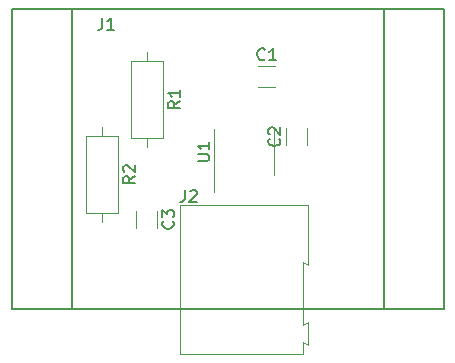
<source format=gbr>
%TF.GenerationSoftware,KiCad,Pcbnew,7.0.8*%
%TF.CreationDate,2024-04-03T00:11:47-07:00*%
%TF.ProjectId,DrapeCurrent - R1,44726170-6543-4757-9272-656e74202d20,rev?*%
%TF.SameCoordinates,Original*%
%TF.FileFunction,Legend,Top*%
%TF.FilePolarity,Positive*%
%FSLAX46Y46*%
G04 Gerber Fmt 4.6, Leading zero omitted, Abs format (unit mm)*
G04 Created by KiCad (PCBNEW 7.0.8) date 2024-04-03 00:11:47*
%MOMM*%
%LPD*%
G01*
G04 APERTURE LIST*
%ADD10C,0.150000*%
%ADD11C,0.120000*%
G04 APERTURE END LIST*
D10*
X7667666Y24675180D02*
X7667666Y23960895D01*
X7667666Y23960895D02*
X7620047Y23818038D01*
X7620047Y23818038D02*
X7524809Y23722800D01*
X7524809Y23722800D02*
X7381952Y23675180D01*
X7381952Y23675180D02*
X7286714Y23675180D01*
X8667666Y23675180D02*
X8096238Y23675180D01*
X8381952Y23675180D02*
X8381952Y24675180D01*
X8381952Y24675180D02*
X8286714Y24532323D01*
X8286714Y24532323D02*
X8191476Y24437085D01*
X8191476Y24437085D02*
X8096238Y24389466D01*
X15739819Y12573095D02*
X16549342Y12573095D01*
X16549342Y12573095D02*
X16644580Y12620714D01*
X16644580Y12620714D02*
X16692200Y12668333D01*
X16692200Y12668333D02*
X16739819Y12763571D01*
X16739819Y12763571D02*
X16739819Y12954047D01*
X16739819Y12954047D02*
X16692200Y13049285D01*
X16692200Y13049285D02*
X16644580Y13096904D01*
X16644580Y13096904D02*
X16549342Y13144523D01*
X16549342Y13144523D02*
X15739819Y13144523D01*
X16739819Y14144523D02*
X16739819Y13573095D01*
X16739819Y13858809D02*
X15739819Y13858809D01*
X15739819Y13858809D02*
X15882676Y13763571D01*
X15882676Y13763571D02*
X15977914Y13668333D01*
X15977914Y13668333D02*
X16025533Y13573095D01*
X10444819Y11263333D02*
X9968628Y10930000D01*
X10444819Y10691905D02*
X9444819Y10691905D01*
X9444819Y10691905D02*
X9444819Y11072857D01*
X9444819Y11072857D02*
X9492438Y11168095D01*
X9492438Y11168095D02*
X9540057Y11215714D01*
X9540057Y11215714D02*
X9635295Y11263333D01*
X9635295Y11263333D02*
X9778152Y11263333D01*
X9778152Y11263333D02*
X9873390Y11215714D01*
X9873390Y11215714D02*
X9921009Y11168095D01*
X9921009Y11168095D02*
X9968628Y11072857D01*
X9968628Y11072857D02*
X9968628Y10691905D01*
X9540057Y11644286D02*
X9492438Y11691905D01*
X9492438Y11691905D02*
X9444819Y11787143D01*
X9444819Y11787143D02*
X9444819Y12025238D01*
X9444819Y12025238D02*
X9492438Y12120476D01*
X9492438Y12120476D02*
X9540057Y12168095D01*
X9540057Y12168095D02*
X9635295Y12215714D01*
X9635295Y12215714D02*
X9730533Y12215714D01*
X9730533Y12215714D02*
X9873390Y12168095D01*
X9873390Y12168095D02*
X10444819Y11596667D01*
X10444819Y11596667D02*
X10444819Y12215714D01*
X14254819Y17613333D02*
X13778628Y17280000D01*
X14254819Y17041905D02*
X13254819Y17041905D01*
X13254819Y17041905D02*
X13254819Y17422857D01*
X13254819Y17422857D02*
X13302438Y17518095D01*
X13302438Y17518095D02*
X13350057Y17565714D01*
X13350057Y17565714D02*
X13445295Y17613333D01*
X13445295Y17613333D02*
X13588152Y17613333D01*
X13588152Y17613333D02*
X13683390Y17565714D01*
X13683390Y17565714D02*
X13731009Y17518095D01*
X13731009Y17518095D02*
X13778628Y17422857D01*
X13778628Y17422857D02*
X13778628Y17041905D01*
X14254819Y18565714D02*
X14254819Y17994286D01*
X14254819Y18280000D02*
X13254819Y18280000D01*
X13254819Y18280000D02*
X13397676Y18184762D01*
X13397676Y18184762D02*
X13492914Y18089524D01*
X13492914Y18089524D02*
X13540533Y17994286D01*
X14666666Y10075180D02*
X14666666Y9360895D01*
X14666666Y9360895D02*
X14619047Y9218038D01*
X14619047Y9218038D02*
X14523809Y9122800D01*
X14523809Y9122800D02*
X14380952Y9075180D01*
X14380952Y9075180D02*
X14285714Y9075180D01*
X15095238Y9979942D02*
X15142857Y10027561D01*
X15142857Y10027561D02*
X15238095Y10075180D01*
X15238095Y10075180D02*
X15476190Y10075180D01*
X15476190Y10075180D02*
X15571428Y10027561D01*
X15571428Y10027561D02*
X15619047Y9979942D01*
X15619047Y9979942D02*
X15666666Y9884704D01*
X15666666Y9884704D02*
X15666666Y9789466D01*
X15666666Y9789466D02*
X15619047Y9646609D01*
X15619047Y9646609D02*
X15047619Y9075180D01*
X15047619Y9075180D02*
X15666666Y9075180D01*
X13639580Y7453333D02*
X13687200Y7405714D01*
X13687200Y7405714D02*
X13734819Y7262857D01*
X13734819Y7262857D02*
X13734819Y7167619D01*
X13734819Y7167619D02*
X13687200Y7024762D01*
X13687200Y7024762D02*
X13591961Y6929524D01*
X13591961Y6929524D02*
X13496723Y6881905D01*
X13496723Y6881905D02*
X13306247Y6834286D01*
X13306247Y6834286D02*
X13163390Y6834286D01*
X13163390Y6834286D02*
X12972914Y6881905D01*
X12972914Y6881905D02*
X12877676Y6929524D01*
X12877676Y6929524D02*
X12782438Y7024762D01*
X12782438Y7024762D02*
X12734819Y7167619D01*
X12734819Y7167619D02*
X12734819Y7262857D01*
X12734819Y7262857D02*
X12782438Y7405714D01*
X12782438Y7405714D02*
X12830057Y7453333D01*
X12734819Y7786667D02*
X12734819Y8405714D01*
X12734819Y8405714D02*
X13115771Y8072381D01*
X13115771Y8072381D02*
X13115771Y8215238D01*
X13115771Y8215238D02*
X13163390Y8310476D01*
X13163390Y8310476D02*
X13211009Y8358095D01*
X13211009Y8358095D02*
X13306247Y8405714D01*
X13306247Y8405714D02*
X13544342Y8405714D01*
X13544342Y8405714D02*
X13639580Y8358095D01*
X13639580Y8358095D02*
X13687200Y8310476D01*
X13687200Y8310476D02*
X13734819Y8215238D01*
X13734819Y8215238D02*
X13734819Y7929524D01*
X13734819Y7929524D02*
X13687200Y7834286D01*
X13687200Y7834286D02*
X13639580Y7786667D01*
X22639580Y14438333D02*
X22687200Y14390714D01*
X22687200Y14390714D02*
X22734819Y14247857D01*
X22734819Y14247857D02*
X22734819Y14152619D01*
X22734819Y14152619D02*
X22687200Y14009762D01*
X22687200Y14009762D02*
X22591961Y13914524D01*
X22591961Y13914524D02*
X22496723Y13866905D01*
X22496723Y13866905D02*
X22306247Y13819286D01*
X22306247Y13819286D02*
X22163390Y13819286D01*
X22163390Y13819286D02*
X21972914Y13866905D01*
X21972914Y13866905D02*
X21877676Y13914524D01*
X21877676Y13914524D02*
X21782438Y14009762D01*
X21782438Y14009762D02*
X21734819Y14152619D01*
X21734819Y14152619D02*
X21734819Y14247857D01*
X21734819Y14247857D02*
X21782438Y14390714D01*
X21782438Y14390714D02*
X21830057Y14438333D01*
X21830057Y14819286D02*
X21782438Y14866905D01*
X21782438Y14866905D02*
X21734819Y14962143D01*
X21734819Y14962143D02*
X21734819Y15200238D01*
X21734819Y15200238D02*
X21782438Y15295476D01*
X21782438Y15295476D02*
X21830057Y15343095D01*
X21830057Y15343095D02*
X21925295Y15390714D01*
X21925295Y15390714D02*
X22020533Y15390714D01*
X22020533Y15390714D02*
X22163390Y15343095D01*
X22163390Y15343095D02*
X22734819Y14771667D01*
X22734819Y14771667D02*
X22734819Y15390714D01*
X21423333Y21175419D02*
X21375714Y21127800D01*
X21375714Y21127800D02*
X21232857Y21080180D01*
X21232857Y21080180D02*
X21137619Y21080180D01*
X21137619Y21080180D02*
X20994762Y21127800D01*
X20994762Y21127800D02*
X20899524Y21223038D01*
X20899524Y21223038D02*
X20851905Y21318276D01*
X20851905Y21318276D02*
X20804286Y21508752D01*
X20804286Y21508752D02*
X20804286Y21651609D01*
X20804286Y21651609D02*
X20851905Y21842085D01*
X20851905Y21842085D02*
X20899524Y21937323D01*
X20899524Y21937323D02*
X20994762Y22032561D01*
X20994762Y22032561D02*
X21137619Y22080180D01*
X21137619Y22080180D02*
X21232857Y22080180D01*
X21232857Y22080180D02*
X21375714Y22032561D01*
X21375714Y22032561D02*
X21423333Y21984942D01*
X22375714Y21080180D02*
X21804286Y21080180D01*
X22090000Y21080180D02*
X22090000Y22080180D01*
X22090000Y22080180D02*
X21994762Y21937323D01*
X21994762Y21937323D02*
X21899524Y21842085D01*
X21899524Y21842085D02*
X21804286Y21794466D01*
%TO.C,J1*%
X0Y25400000D02*
X0Y0D01*
X0Y0D02*
X5080000Y0D01*
X5080000Y25400000D02*
X0Y25400000D01*
X5080000Y25400000D02*
X31496000Y25400000D01*
X5080000Y0D02*
X5080000Y25400000D01*
X31496000Y25400000D02*
X31496000Y0D01*
X31496000Y25400000D02*
X31496000Y0D01*
X31496000Y0D02*
X5080000Y0D01*
X31496000Y0D02*
X36576000Y0D01*
X36576000Y25400000D02*
X31496000Y25400000D01*
X36576000Y0D02*
X36576000Y25400000D01*
D11*
%TO.C,U1*%
X17125000Y13335000D02*
X17125000Y15285000D01*
X22245000Y13335000D02*
X22245000Y15285000D01*
X17125000Y13335000D02*
X17125000Y9885000D01*
X22245000Y13335000D02*
X22245000Y11385000D01*
%TO.C,R2*%
X7620000Y7390000D02*
X7620000Y8160000D01*
X7620000Y15470000D02*
X7620000Y14700000D01*
X8990000Y14700000D02*
X6250000Y14700000D01*
X6250000Y8160000D02*
X8990000Y8160000D01*
X6250000Y14700000D02*
X6250000Y8160000D01*
X8990000Y8160000D02*
X8990000Y14700000D01*
%TO.C,R1*%
X11430000Y13740000D02*
X11430000Y14510000D01*
X11430000Y21820000D02*
X11430000Y21050000D01*
X12800000Y21050000D02*
X10060000Y21050000D01*
X10060000Y14510000D02*
X12800000Y14510000D01*
X10060000Y21050000D02*
X10060000Y14510000D01*
X12800000Y14510000D02*
X12800000Y21050000D01*
%TO.C,J2*%
X25120000Y-3060000D02*
X25120000Y-1160000D01*
X24620000Y-3760000D02*
X24620000Y-2810000D01*
X24620000Y4040000D02*
X25120000Y3740000D01*
X24620000Y-2810000D02*
X25120000Y-3060000D01*
X24620000Y-1360000D02*
X24620000Y4040000D01*
X14270000Y8840000D02*
X14270000Y-3760000D01*
X25120000Y8840000D02*
X14270000Y8840000D01*
X25120000Y3740000D02*
X25120000Y8840000D01*
X25120000Y-1160000D02*
X25120000Y-1110000D01*
X14270000Y-3760000D02*
X24620000Y-3760000D01*
X25120000Y-1110000D02*
X24620000Y-1360000D01*
%TO.C,C3*%
X10520000Y8331252D02*
X10520000Y6908748D01*
X12340000Y8331252D02*
X12340000Y6908748D01*
%TO.C,C2*%
X25040000Y13893748D02*
X25040000Y15316252D01*
X23220000Y13893748D02*
X23220000Y15316252D01*
%TO.C,C1*%
X20878748Y18775000D02*
X22301252Y18775000D01*
X20878748Y20595000D02*
X22301252Y20595000D01*
%TD*%
M02*

</source>
